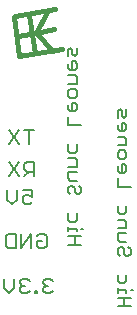
<source format=gbo>
G75*
%MOIN*%
%OFA0B0*%
%FSLAX25Y25*%
%IPPOS*%
%LPD*%
%AMOC8*
5,1,8,0,0,1.08239X$1,22.5*
%
%ADD10C,0.00800*%
%ADD11C,0.00700*%
%ADD12C,0.01600*%
D10*
X0142045Y0121240D02*
X0143646Y0119639D01*
X0145247Y0121240D01*
X0145247Y0124443D01*
X0147201Y0123642D02*
X0147201Y0122841D01*
X0148002Y0122041D01*
X0147201Y0121240D01*
X0147201Y0120439D01*
X0148002Y0119639D01*
X0149603Y0119639D01*
X0150404Y0120439D01*
X0152181Y0120439D02*
X0152181Y0119639D01*
X0152982Y0119639D01*
X0152982Y0120439D01*
X0152181Y0120439D01*
X0154935Y0120439D02*
X0154935Y0121240D01*
X0155736Y0122041D01*
X0156537Y0122041D01*
X0155736Y0122041D02*
X0154935Y0122841D01*
X0154935Y0123642D01*
X0155736Y0124443D01*
X0157338Y0124443D01*
X0158138Y0123642D01*
X0158138Y0120439D02*
X0157338Y0119639D01*
X0155736Y0119639D01*
X0154935Y0120439D01*
X0150404Y0123642D02*
X0149603Y0124443D01*
X0148002Y0124443D01*
X0147201Y0123642D01*
X0148002Y0122041D02*
X0148802Y0122041D01*
X0142045Y0121240D02*
X0142045Y0124443D01*
X0143345Y0134560D02*
X0142545Y0135361D01*
X0142545Y0138563D01*
X0143345Y0139364D01*
X0145747Y0139364D01*
X0145747Y0134560D01*
X0143345Y0134560D01*
X0147701Y0134560D02*
X0147701Y0139364D01*
X0150904Y0139364D02*
X0147701Y0134560D01*
X0150904Y0134560D02*
X0150904Y0139364D01*
X0152857Y0138563D02*
X0153658Y0139364D01*
X0155259Y0139364D01*
X0156060Y0138563D01*
X0156060Y0135361D01*
X0155259Y0134560D01*
X0153658Y0134560D01*
X0152857Y0135361D01*
X0152857Y0136962D01*
X0154459Y0136962D01*
X0150587Y0149166D02*
X0148986Y0149166D01*
X0148185Y0149967D01*
X0148185Y0151568D01*
X0148986Y0152369D01*
X0149787Y0152369D01*
X0151388Y0151568D01*
X0151388Y0153970D01*
X0148185Y0153970D01*
X0146231Y0153970D02*
X0146231Y0150768D01*
X0144630Y0149166D01*
X0143029Y0150768D01*
X0143029Y0153970D01*
X0143529Y0158497D02*
X0146731Y0163301D01*
X0148685Y0162500D02*
X0148685Y0160899D01*
X0149486Y0160098D01*
X0151888Y0160098D01*
X0151888Y0158497D02*
X0151888Y0163301D01*
X0149486Y0163301D01*
X0148685Y0162500D01*
X0150287Y0160098D02*
X0148685Y0158497D01*
X0146731Y0158497D02*
X0143529Y0163301D01*
X0143529Y0169166D02*
X0146731Y0173970D01*
X0148685Y0173970D02*
X0151888Y0173970D01*
X0150287Y0173970D02*
X0150287Y0169166D01*
X0146731Y0169166D02*
X0143529Y0173970D01*
X0151388Y0149967D02*
X0150587Y0149166D01*
D11*
X0179786Y0115148D02*
X0184089Y0115148D01*
X0181938Y0115148D02*
X0181938Y0118018D01*
X0182655Y0119752D02*
X0182655Y0120470D01*
X0179786Y0120470D01*
X0179786Y0121187D02*
X0179786Y0119752D01*
X0179786Y0118018D02*
X0184089Y0118018D01*
X0184089Y0120470D02*
X0184807Y0120470D01*
X0181938Y0122822D02*
X0180503Y0122822D01*
X0179786Y0123539D01*
X0179786Y0125691D01*
X0182655Y0125691D02*
X0182655Y0123539D01*
X0181938Y0122822D01*
X0182655Y0132030D02*
X0181938Y0132747D01*
X0181938Y0134181D01*
X0181220Y0134899D01*
X0180503Y0134899D01*
X0179786Y0134181D01*
X0179786Y0132747D01*
X0180503Y0132030D01*
X0182655Y0132030D02*
X0183372Y0132030D01*
X0184089Y0132747D01*
X0184089Y0134181D01*
X0183372Y0134899D01*
X0182655Y0136633D02*
X0180503Y0136633D01*
X0179786Y0137351D01*
X0179786Y0139503D01*
X0182655Y0139503D01*
X0182655Y0141237D02*
X0179786Y0141237D01*
X0182655Y0141237D02*
X0182655Y0143389D01*
X0181938Y0144106D01*
X0179786Y0144106D01*
X0180503Y0145841D02*
X0179786Y0146559D01*
X0179786Y0148710D01*
X0182655Y0148710D02*
X0182655Y0146559D01*
X0181938Y0145841D01*
X0180503Y0145841D01*
X0168271Y0140942D02*
X0167554Y0140942D01*
X0166119Y0140942D02*
X0163250Y0140942D01*
X0163250Y0140225D02*
X0163250Y0141659D01*
X0163968Y0143294D02*
X0163250Y0144011D01*
X0163250Y0146163D01*
X0166119Y0146163D02*
X0166119Y0144011D01*
X0165402Y0143294D01*
X0163968Y0143294D01*
X0166119Y0140942D02*
X0166119Y0140225D01*
X0165402Y0138490D02*
X0165402Y0135621D01*
X0163250Y0135621D02*
X0167554Y0135621D01*
X0167554Y0138490D02*
X0163250Y0138490D01*
X0163968Y0152502D02*
X0163250Y0153219D01*
X0163250Y0154654D01*
X0163968Y0155371D01*
X0164685Y0155371D01*
X0165402Y0154654D01*
X0165402Y0153219D01*
X0166119Y0152502D01*
X0166837Y0152502D01*
X0167554Y0153219D01*
X0167554Y0154654D01*
X0166837Y0155371D01*
X0166119Y0157106D02*
X0163968Y0157106D01*
X0163250Y0157823D01*
X0163250Y0159975D01*
X0166119Y0159975D01*
X0166119Y0161710D02*
X0166119Y0163862D01*
X0165402Y0164579D01*
X0163250Y0164579D01*
X0163968Y0166314D02*
X0163250Y0167031D01*
X0163250Y0169183D01*
X0166119Y0169183D02*
X0166119Y0167031D01*
X0165402Y0166314D01*
X0163968Y0166314D01*
X0163250Y0161710D02*
X0166119Y0161710D01*
X0179786Y0161805D02*
X0179786Y0160370D01*
X0180503Y0159653D01*
X0181938Y0159653D01*
X0182655Y0160370D01*
X0182655Y0161805D01*
X0181938Y0162522D01*
X0181220Y0162522D01*
X0181220Y0159653D01*
X0179786Y0157918D02*
X0179786Y0155049D01*
X0184089Y0155049D01*
X0181938Y0164257D02*
X0180503Y0164257D01*
X0179786Y0164974D01*
X0179786Y0166409D01*
X0180503Y0167126D01*
X0181938Y0167126D01*
X0182655Y0166409D01*
X0182655Y0164974D01*
X0181938Y0164257D01*
X0182655Y0168861D02*
X0179786Y0168861D01*
X0182655Y0168861D02*
X0182655Y0171013D01*
X0181938Y0171730D01*
X0179786Y0171730D01*
X0180503Y0173465D02*
X0181938Y0173465D01*
X0182655Y0174182D01*
X0182655Y0175617D01*
X0181938Y0176334D01*
X0181220Y0176334D01*
X0181220Y0173465D01*
X0180503Y0173465D02*
X0179786Y0174182D01*
X0179786Y0175617D01*
X0179786Y0178069D02*
X0179786Y0180221D01*
X0180503Y0180938D01*
X0181220Y0180221D01*
X0181220Y0178786D01*
X0181938Y0178069D01*
X0182655Y0178786D01*
X0182655Y0180938D01*
X0167554Y0175522D02*
X0163250Y0175522D01*
X0163250Y0178391D01*
X0163968Y0180126D02*
X0163250Y0180843D01*
X0163250Y0182277D01*
X0164685Y0182995D02*
X0164685Y0180126D01*
X0165402Y0180126D02*
X0166119Y0180843D01*
X0166119Y0182277D01*
X0165402Y0182995D01*
X0164685Y0182995D01*
X0165402Y0184729D02*
X0163968Y0184729D01*
X0163250Y0185447D01*
X0163250Y0186881D01*
X0163968Y0187599D01*
X0165402Y0187599D01*
X0166119Y0186881D01*
X0166119Y0185447D01*
X0165402Y0184729D01*
X0165402Y0180126D02*
X0163968Y0180126D01*
X0163250Y0189333D02*
X0166119Y0189333D01*
X0166119Y0191485D01*
X0165402Y0192202D01*
X0163250Y0192202D01*
X0163968Y0193937D02*
X0163250Y0194655D01*
X0163250Y0196089D01*
X0164685Y0196806D02*
X0164685Y0193937D01*
X0165402Y0193937D02*
X0166119Y0194655D01*
X0166119Y0196089D01*
X0165402Y0196806D01*
X0164685Y0196806D01*
X0165402Y0198541D02*
X0166119Y0199258D01*
X0166119Y0201410D01*
X0164685Y0200693D02*
X0164685Y0199258D01*
X0165402Y0198541D01*
X0163250Y0198541D02*
X0163250Y0200693D01*
X0163968Y0201410D01*
X0164685Y0200693D01*
X0163968Y0193937D02*
X0165402Y0193937D01*
D12*
X0158058Y0200433D02*
X0152546Y0206339D01*
X0156089Y0213425D01*
X0158845Y0214213D02*
X0145459Y0211850D01*
X0145066Y0211457D02*
X0147034Y0198465D01*
X0161207Y0200827D01*
X0158451Y0207520D02*
X0152546Y0206339D01*
X0146640Y0205157D01*
X0152152Y0199646D02*
X0150184Y0212244D01*
M02*

</source>
